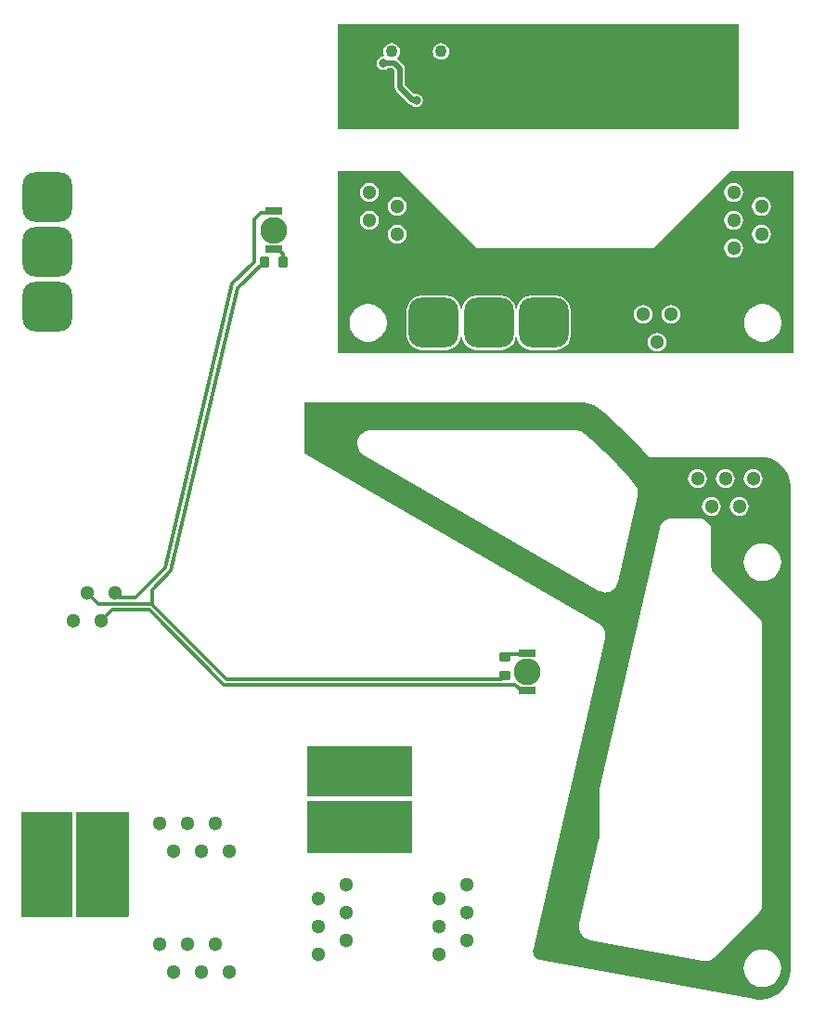
<source format=gbl>
G04*
G04 #@! TF.GenerationSoftware,Altium Limited,Altium Designer,18.1.7 (191)*
G04*
G04 Layer_Physical_Order=2*
G04 Layer_Color=16711680*
%FSLAX43Y43*%
%MOMM*%
G71*
G01*
G75*
%ADD13C,0.300*%
%ADD14C,0.500*%
G04:AMPARAMS|DCode=15|XSize=1mm|YSize=0.9mm|CornerRadius=0.113mm|HoleSize=0mm|Usage=FLASHONLY|Rotation=90.000|XOffset=0mm|YOffset=0mm|HoleType=Round|Shape=RoundedRectangle|*
%AMROUNDEDRECTD15*
21,1,1.000,0.675,0,0,90.0*
21,1,0.775,0.900,0,0,90.0*
1,1,0.225,0.338,0.388*
1,1,0.225,0.338,-0.388*
1,1,0.225,-0.338,-0.388*
1,1,0.225,-0.338,0.388*
%
%ADD15ROUNDEDRECTD15*%
%ADD20C,1.100*%
%ADD21O,1.600X4.000*%
%ADD22C,0.800*%
%ADD23C,1.300*%
%ADD24C,0.900*%
G04:AMPARAMS|DCode=25|XSize=4.5mm|YSize=4.5mm|CornerRadius=1.125mm|HoleSize=0mm|Usage=FLASHONLY|Rotation=180.000|XOffset=0mm|YOffset=0mm|HoleType=Round|Shape=RoundedRectangle|*
%AMROUNDEDRECTD25*
21,1,4.500,2.250,0,0,180.0*
21,1,2.250,4.500,0,0,180.0*
1,1,2.250,-1.125,1.125*
1,1,2.250,1.125,1.125*
1,1,2.250,1.125,-1.125*
1,1,2.250,-1.125,-1.125*
%
%ADD25ROUNDEDRECTD25*%
%ADD26C,2.440*%
%ADD27C,1.200*%
G04:AMPARAMS|DCode=28|XSize=4.5mm|YSize=4.5mm|CornerRadius=1.125mm|HoleSize=0mm|Usage=FLASHONLY|Rotation=90.000|XOffset=0mm|YOffset=0mm|HoleType=Round|Shape=RoundedRectangle|*
%AMROUNDEDRECTD28*
21,1,4.500,2.250,0,0,90.0*
21,1,2.250,4.500,0,0,90.0*
1,1,2.250,1.125,1.125*
1,1,2.250,1.125,-1.125*
1,1,2.250,-1.125,-1.125*
1,1,2.250,-1.125,1.125*
%
%ADD28ROUNDEDRECTD28*%
%ADD29R,1.600X0.800*%
G04:AMPARAMS|DCode=30|XSize=1mm|YSize=0.9mm|CornerRadius=0.113mm|HoleSize=0mm|Usage=FLASHONLY|Rotation=360.000|XOffset=0mm|YOffset=0mm|HoleType=Round|Shape=RoundedRectangle|*
%AMROUNDEDRECTD30*
21,1,1.000,0.675,0,0,360.0*
21,1,0.775,0.900,0,0,360.0*
1,1,0.225,0.388,-0.338*
1,1,0.225,-0.388,-0.338*
1,1,0.225,-0.388,0.338*
1,1,0.225,0.388,0.338*
%
%ADD30ROUNDEDRECTD30*%
G36*
X69796Y84204D02*
X33204Y84204D01*
X33204Y93796D01*
X69796Y93796D01*
X69796Y84204D01*
D02*
G37*
G36*
X74796Y63749D02*
X33204D01*
Y80341D01*
X38916D01*
X45856Y73401D01*
X45922Y73357D01*
X46000Y73341D01*
X46000Y73341D01*
X62000D01*
X62078Y73357D01*
X62144Y73401D01*
X69084Y80341D01*
X74796D01*
Y63749D01*
D02*
G37*
G36*
X39996Y23400D02*
X30404Y23400D01*
Y27996D01*
X39996D01*
Y23400D01*
D02*
G37*
G36*
Y18200D02*
X39996Y18200D01*
X30404Y18200D01*
Y23000D01*
X39996Y23000D01*
Y18200D01*
D02*
G37*
G36*
X14200Y12531D02*
X14073Y12404D01*
X9400D01*
X9400Y21996D01*
X14200D01*
X14200Y12531D01*
D02*
G37*
G36*
X9000Y12404D02*
X4404D01*
Y21996D01*
X9000D01*
X9000Y12404D01*
D02*
G37*
G36*
X56106Y59252D02*
X56576Y59076D01*
X57008Y58819D01*
X57197Y58655D01*
X57197Y58655D01*
X57767Y58159D01*
X58875Y57131D01*
X59950Y56069D01*
X60990Y54973D01*
X61493Y54409D01*
X61498Y54406D01*
X61501Y54401D01*
X61529Y54382D01*
X61556Y54361D01*
X61562Y54360D01*
X61567Y54357D01*
X61600Y54350D01*
X61633Y54341D01*
X61639Y54342D01*
X61645Y54341D01*
X71758Y54341D01*
X71758D01*
X71941Y54341D01*
X72304Y54293D01*
X72658Y54198D01*
X72997Y54058D01*
X73314Y53875D01*
X73605Y53652D01*
X73864Y53392D01*
X74088Y53102D01*
X74271Y52784D01*
X74411Y52446D01*
X74506Y52092D01*
X74554Y51728D01*
Y51545D01*
Y7684D01*
Y7684D01*
X74554Y7479D01*
X74494Y7075D01*
X74377Y6683D01*
X74203Y6313D01*
X73978Y5971D01*
X73705Y5667D01*
X73391Y5405D01*
X73042Y5192D01*
X72666Y5031D01*
X72270Y4927D01*
X71864Y4882D01*
X71455Y4896D01*
X71254Y4933D01*
X71254D01*
X51700Y8513D01*
X51700D01*
X51621Y8527D01*
X51471Y8588D01*
X51337Y8677D01*
X51223Y8791D01*
X51134Y8926D01*
X51074Y9076D01*
X51046Y9235D01*
X51050Y9396D01*
X51068Y9475D01*
X57614Y37829D01*
X57614Y37837D01*
X57617Y37845D01*
X57640Y38003D01*
X57639Y38027D01*
X57642Y38051D01*
X57613Y38367D01*
X57604Y38398D01*
X57597Y38430D01*
X57470Y38721D01*
X57452Y38747D01*
X57435Y38775D01*
X57224Y39012D01*
X57205Y39026D01*
X57188Y39044D01*
X57057Y39134D01*
X57049Y39137D01*
X57043Y39143D01*
X30162Y54663D01*
Y59341D01*
X55613D01*
X56106Y59252D01*
D02*
G37*
%LPC*%
G36*
X38150Y92031D02*
X37954Y92006D01*
X37772Y91930D01*
X37615Y91810D01*
X37495Y91653D01*
X37419Y91471D01*
X37394Y91275D01*
X37419Y91079D01*
X37483Y90925D01*
X37417Y90808D01*
X37400Y90812D01*
X37166Y90765D01*
X36967Y90633D01*
X36835Y90434D01*
X36788Y90200D01*
X36835Y89966D01*
X36967Y89767D01*
X37166Y89635D01*
X37400Y89588D01*
X37634Y89635D01*
X37793Y89741D01*
X38210D01*
X38441Y89510D01*
Y88000D01*
X38476Y87824D01*
X38576Y87676D01*
X39776Y86476D01*
X39924Y86376D01*
X39967Y86368D01*
X39967Y86367D01*
X40166Y86235D01*
X40400Y86188D01*
X40634Y86235D01*
X40833Y86367D01*
X40965Y86566D01*
X41012Y86800D01*
X40965Y87034D01*
X40833Y87233D01*
X40634Y87365D01*
X40400Y87412D01*
X40181Y87368D01*
X39359Y88190D01*
Y89700D01*
X39324Y89876D01*
X39224Y90024D01*
X38724Y90524D01*
X38665Y90564D01*
X38659Y90721D01*
X38685Y90740D01*
X38805Y90897D01*
X38881Y91079D01*
X38906Y91275D01*
X38881Y91471D01*
X38805Y91653D01*
X38685Y91810D01*
X38528Y91930D01*
X38346Y92006D01*
X38150Y92031D01*
D02*
G37*
G36*
X42650D02*
X42454Y92006D01*
X42272Y91930D01*
X42115Y91810D01*
X41995Y91653D01*
X41919Y91471D01*
X41894Y91275D01*
X41919Y91079D01*
X41995Y90897D01*
X42115Y90740D01*
X42272Y90620D01*
X42454Y90544D01*
X42650Y90519D01*
X42846Y90544D01*
X43028Y90620D01*
X43185Y90740D01*
X43305Y90897D01*
X43381Y91079D01*
X43406Y91275D01*
X43381Y91471D01*
X43305Y91653D01*
X43185Y91810D01*
X43028Y91930D01*
X42846Y92006D01*
X42650Y92031D01*
D02*
G37*
G36*
X69350Y79302D02*
X69128Y79273D01*
X68921Y79187D01*
X68744Y79051D01*
X68608Y78874D01*
X68522Y78667D01*
X68493Y78445D01*
X68522Y78223D01*
X68608Y78016D01*
X68744Y77839D01*
X68921Y77702D01*
X69128Y77617D01*
X69350Y77588D01*
X69572Y77617D01*
X69779Y77702D01*
X69956Y77839D01*
X70092Y78016D01*
X70178Y78223D01*
X70207Y78445D01*
X70178Y78667D01*
X70092Y78874D01*
X69956Y79051D01*
X69779Y79187D01*
X69572Y79273D01*
X69350Y79302D01*
D02*
G37*
G36*
X36110D02*
X35888Y79273D01*
X35681Y79187D01*
X35504Y79051D01*
X35368Y78874D01*
X35282Y78667D01*
X35253Y78445D01*
X35282Y78223D01*
X35368Y78016D01*
X35504Y77839D01*
X35681Y77702D01*
X35888Y77617D01*
X36110Y77588D01*
X36332Y77617D01*
X36539Y77702D01*
X36716Y77839D01*
X36852Y78016D01*
X36938Y78223D01*
X36967Y78445D01*
X36938Y78667D01*
X36852Y78874D01*
X36716Y79051D01*
X36539Y79187D01*
X36332Y79273D01*
X36110Y79302D01*
D02*
G37*
G36*
X71890Y78032D02*
X71668Y78003D01*
X71461Y77917D01*
X71284Y77781D01*
X71148Y77604D01*
X71062Y77397D01*
X71033Y77175D01*
X71062Y76953D01*
X71148Y76746D01*
X71284Y76569D01*
X71461Y76432D01*
X71668Y76347D01*
X71890Y76318D01*
X72112Y76347D01*
X72319Y76432D01*
X72496Y76569D01*
X72632Y76746D01*
X72718Y76953D01*
X72747Y77175D01*
X72718Y77397D01*
X72632Y77604D01*
X72496Y77781D01*
X72319Y77917D01*
X72112Y78003D01*
X71890Y78032D01*
D02*
G37*
G36*
X38650D02*
X38428Y78003D01*
X38221Y77917D01*
X38044Y77781D01*
X37908Y77604D01*
X37822Y77397D01*
X37793Y77175D01*
X37822Y76953D01*
X37908Y76746D01*
X38044Y76569D01*
X38221Y76432D01*
X38428Y76347D01*
X38650Y76318D01*
X38872Y76347D01*
X39079Y76432D01*
X39256Y76569D01*
X39392Y76746D01*
X39478Y76953D01*
X39507Y77175D01*
X39478Y77397D01*
X39392Y77604D01*
X39256Y77781D01*
X39079Y77917D01*
X38872Y78003D01*
X38650Y78032D01*
D02*
G37*
G36*
X69350Y76762D02*
X69128Y76733D01*
X68921Y76647D01*
X68744Y76511D01*
X68608Y76334D01*
X68522Y76127D01*
X68493Y75905D01*
X68522Y75683D01*
X68608Y75476D01*
X68744Y75299D01*
X68921Y75162D01*
X69128Y75077D01*
X69350Y75048D01*
X69572Y75077D01*
X69779Y75162D01*
X69956Y75299D01*
X70092Y75476D01*
X70178Y75683D01*
X70207Y75905D01*
X70178Y76127D01*
X70092Y76334D01*
X69956Y76511D01*
X69779Y76647D01*
X69572Y76733D01*
X69350Y76762D01*
D02*
G37*
G36*
X36110D02*
X35888Y76733D01*
X35681Y76647D01*
X35504Y76511D01*
X35368Y76334D01*
X35282Y76127D01*
X35253Y75905D01*
X35282Y75683D01*
X35368Y75476D01*
X35504Y75299D01*
X35681Y75162D01*
X35888Y75077D01*
X36110Y75048D01*
X36332Y75077D01*
X36539Y75162D01*
X36716Y75299D01*
X36852Y75476D01*
X36938Y75683D01*
X36967Y75905D01*
X36938Y76127D01*
X36852Y76334D01*
X36716Y76511D01*
X36539Y76647D01*
X36332Y76733D01*
X36110Y76762D01*
D02*
G37*
G36*
X71890Y75492D02*
X71668Y75463D01*
X71461Y75377D01*
X71284Y75241D01*
X71148Y75064D01*
X71062Y74857D01*
X71033Y74635D01*
X71062Y74413D01*
X71148Y74206D01*
X71284Y74029D01*
X71461Y73892D01*
X71668Y73807D01*
X71890Y73778D01*
X72112Y73807D01*
X72319Y73892D01*
X72496Y74029D01*
X72632Y74206D01*
X72718Y74413D01*
X72747Y74635D01*
X72718Y74857D01*
X72632Y75064D01*
X72496Y75241D01*
X72319Y75377D01*
X72112Y75463D01*
X71890Y75492D01*
D02*
G37*
G36*
X38650D02*
X38428Y75463D01*
X38221Y75377D01*
X38044Y75241D01*
X37908Y75064D01*
X37822Y74857D01*
X37793Y74635D01*
X37822Y74413D01*
X37908Y74206D01*
X38044Y74029D01*
X38221Y73892D01*
X38428Y73807D01*
X38650Y73778D01*
X38872Y73807D01*
X39079Y73892D01*
X39256Y74029D01*
X39392Y74206D01*
X39478Y74413D01*
X39507Y74635D01*
X39478Y74857D01*
X39392Y75064D01*
X39256Y75241D01*
X39079Y75377D01*
X38872Y75463D01*
X38650Y75492D01*
D02*
G37*
G36*
X69350Y74222D02*
X69128Y74193D01*
X68921Y74107D01*
X68744Y73971D01*
X68608Y73794D01*
X68522Y73587D01*
X68493Y73365D01*
X68522Y73143D01*
X68608Y72936D01*
X68744Y72759D01*
X68921Y72622D01*
X69128Y72537D01*
X69350Y72508D01*
X69572Y72537D01*
X69779Y72622D01*
X69956Y72759D01*
X70092Y72936D01*
X70178Y73143D01*
X70207Y73365D01*
X70178Y73587D01*
X70092Y73794D01*
X69956Y73971D01*
X69779Y74107D01*
X69572Y74193D01*
X69350Y74222D01*
D02*
G37*
G36*
X53125Y69006D02*
X50875D01*
X50529Y68961D01*
X50207Y68827D01*
X49930Y68615D01*
X49718Y68338D01*
X49584Y68016D01*
X49564Y67864D01*
X49436D01*
X49416Y68016D01*
X49282Y68338D01*
X49070Y68615D01*
X48793Y68827D01*
X48471Y68961D01*
X48125Y69006D01*
X45875D01*
X45529Y68961D01*
X45207Y68827D01*
X44930Y68615D01*
X44718Y68338D01*
X44584Y68016D01*
X44564Y67864D01*
X44436D01*
X44416Y68016D01*
X44282Y68338D01*
X44070Y68615D01*
X43793Y68827D01*
X43471Y68961D01*
X43125Y69006D01*
X40875D01*
X40529Y68961D01*
X40207Y68827D01*
X39930Y68615D01*
X39718Y68338D01*
X39584Y68016D01*
X39539Y67670D01*
Y65420D01*
X39584Y65074D01*
X39718Y64752D01*
X39930Y64475D01*
X40207Y64263D01*
X40529Y64129D01*
X40875Y64084D01*
X43125D01*
X43471Y64129D01*
X43793Y64263D01*
X44070Y64475D01*
X44282Y64752D01*
X44416Y65074D01*
X44436Y65226D01*
X44564D01*
X44584Y65074D01*
X44718Y64752D01*
X44930Y64475D01*
X45207Y64263D01*
X45529Y64129D01*
X45875Y64084D01*
X48125D01*
X48471Y64129D01*
X48793Y64263D01*
X49070Y64475D01*
X49282Y64752D01*
X49416Y65074D01*
X49436Y65226D01*
X49564D01*
X49584Y65074D01*
X49718Y64752D01*
X49930Y64475D01*
X50207Y64263D01*
X50529Y64129D01*
X50875Y64084D01*
X53125D01*
X53471Y64129D01*
X53793Y64263D01*
X54070Y64475D01*
X54282Y64752D01*
X54416Y65074D01*
X54461Y65420D01*
Y67670D01*
X54416Y68016D01*
X54282Y68338D01*
X54070Y68615D01*
X53793Y68827D01*
X53471Y68961D01*
X53125Y69006D01*
D02*
G37*
G36*
X63640Y68172D02*
X63418Y68143D01*
X63211Y68057D01*
X63034Y67921D01*
X62898Y67744D01*
X62812Y67537D01*
X62783Y67315D01*
X62812Y67093D01*
X62898Y66886D01*
X63034Y66709D01*
X63211Y66572D01*
X63418Y66487D01*
X63640Y66458D01*
X63862Y66487D01*
X64069Y66572D01*
X64246Y66709D01*
X64382Y66886D01*
X64468Y67093D01*
X64497Y67315D01*
X64468Y67537D01*
X64382Y67744D01*
X64246Y67921D01*
X64069Y68057D01*
X63862Y68143D01*
X63640Y68172D01*
D02*
G37*
G36*
X61100D02*
X60878Y68143D01*
X60671Y68057D01*
X60494Y67921D01*
X60358Y67744D01*
X60272Y67537D01*
X60243Y67315D01*
X60272Y67093D01*
X60358Y66886D01*
X60494Y66709D01*
X60671Y66572D01*
X60878Y66487D01*
X61100Y66458D01*
X61322Y66487D01*
X61529Y66572D01*
X61706Y66709D01*
X61842Y66886D01*
X61928Y67093D01*
X61957Y67315D01*
X61928Y67537D01*
X61842Y67744D01*
X61706Y67921D01*
X61529Y68057D01*
X61322Y68143D01*
X61100Y68172D01*
D02*
G37*
G36*
X72148Y68249D02*
X71852D01*
X71833Y68245D01*
X71812D01*
X71523Y68187D01*
X71504Y68180D01*
X71484Y68176D01*
X71211Y68063D01*
X71195Y68051D01*
X71176Y68044D01*
X70931Y67880D01*
X70916Y67865D01*
X70900Y67854D01*
X70691Y67645D01*
X70680Y67629D01*
X70665Y67614D01*
X70501Y67369D01*
X70493Y67350D01*
X70482Y67334D01*
X70369Y67061D01*
X70365Y67041D01*
X70358Y67022D01*
X70300Y66732D01*
Y66712D01*
X70296Y66693D01*
Y66397D01*
X70300Y66378D01*
Y66357D01*
X70358Y66068D01*
X70365Y66049D01*
X70369Y66029D01*
X70482Y65756D01*
X70493Y65740D01*
X70501Y65721D01*
X70665Y65475D01*
X70680Y65461D01*
X70691Y65445D01*
X70900Y65236D01*
X70916Y65224D01*
X70931Y65210D01*
X71176Y65046D01*
X71195Y65038D01*
X71211Y65027D01*
X71484Y64914D01*
X71504Y64910D01*
X71523Y64903D01*
X71812Y64845D01*
X71833D01*
X71852Y64841D01*
X72148D01*
X72167Y64845D01*
X72188D01*
X72477Y64903D01*
X72496Y64910D01*
X72516Y64914D01*
X72789Y65027D01*
X72805Y65038D01*
X72824Y65046D01*
X73069Y65210D01*
X73084Y65224D01*
X73100Y65236D01*
X73309Y65445D01*
X73320Y65461D01*
X73335Y65475D01*
X73499Y65721D01*
X73507Y65740D01*
X73518Y65756D01*
X73631Y66029D01*
X73635Y66049D01*
X73642Y66068D01*
X73700Y66357D01*
Y66378D01*
X73704Y66397D01*
Y66693D01*
X73700Y66712D01*
Y66732D01*
X73642Y67022D01*
X73635Y67041D01*
X73631Y67061D01*
X73518Y67334D01*
X73507Y67350D01*
X73499Y67369D01*
X73335Y67614D01*
X73320Y67629D01*
X73309Y67645D01*
X73100Y67854D01*
X73084Y67865D01*
X73069Y67880D01*
X72824Y68044D01*
X72805Y68051D01*
X72789Y68063D01*
X72516Y68176D01*
X72496Y68180D01*
X72477Y68187D01*
X72188Y68245D01*
X72167D01*
X72148Y68249D01*
D02*
G37*
G36*
X36148D02*
X35852D01*
X35833Y68245D01*
X35812D01*
X35523Y68187D01*
X35504Y68180D01*
X35484Y68176D01*
X35211Y68063D01*
X35195Y68051D01*
X35176Y68044D01*
X34931Y67880D01*
X34916Y67865D01*
X34900Y67854D01*
X34691Y67645D01*
X34680Y67629D01*
X34665Y67614D01*
X34501Y67369D01*
X34493Y67350D01*
X34482Y67334D01*
X34369Y67061D01*
X34365Y67041D01*
X34358Y67022D01*
X34300Y66732D01*
Y66712D01*
X34296Y66693D01*
Y66397D01*
X34300Y66378D01*
Y66357D01*
X34358Y66068D01*
X34365Y66049D01*
X34369Y66029D01*
X34482Y65756D01*
X34493Y65740D01*
X34501Y65721D01*
X34665Y65475D01*
X34680Y65461D01*
X34691Y65445D01*
X34900Y65236D01*
X34916Y65224D01*
X34931Y65210D01*
X35176Y65046D01*
X35195Y65038D01*
X35211Y65027D01*
X35484Y64914D01*
X35504Y64910D01*
X35523Y64903D01*
X35812Y64845D01*
X35833D01*
X35852Y64841D01*
X36148D01*
X36167Y64845D01*
X36188D01*
X36477Y64903D01*
X36496Y64910D01*
X36516Y64914D01*
X36789Y65027D01*
X36805Y65038D01*
X36824Y65046D01*
X37069Y65210D01*
X37084Y65224D01*
X37100Y65236D01*
X37309Y65445D01*
X37320Y65461D01*
X37335Y65475D01*
X37499Y65721D01*
X37507Y65740D01*
X37518Y65756D01*
X37631Y66029D01*
X37635Y66049D01*
X37642Y66068D01*
X37700Y66357D01*
Y66378D01*
X37704Y66397D01*
Y66693D01*
X37700Y66712D01*
Y66732D01*
X37642Y67022D01*
X37635Y67041D01*
X37631Y67061D01*
X37518Y67334D01*
X37507Y67350D01*
X37499Y67369D01*
X37335Y67614D01*
X37320Y67629D01*
X37309Y67645D01*
X37100Y67854D01*
X37084Y67865D01*
X37069Y67880D01*
X36824Y68044D01*
X36805Y68051D01*
X36789Y68063D01*
X36516Y68176D01*
X36496Y68180D01*
X36477Y68187D01*
X36188Y68245D01*
X36167D01*
X36148Y68249D01*
D02*
G37*
G36*
X62370Y65632D02*
X62148Y65603D01*
X61941Y65517D01*
X61764Y65381D01*
X61628Y65204D01*
X61542Y64997D01*
X61513Y64775D01*
X61542Y64553D01*
X61628Y64346D01*
X61764Y64169D01*
X61941Y64032D01*
X62148Y63947D01*
X62370Y63918D01*
X62592Y63947D01*
X62799Y64032D01*
X62976Y64169D01*
X63112Y64346D01*
X63198Y64553D01*
X63227Y64775D01*
X63198Y64997D01*
X63112Y65204D01*
X62976Y65381D01*
X62799Y65517D01*
X62592Y65603D01*
X62370Y65632D01*
D02*
G37*
G36*
X55076Y56749D02*
X54985Y56749D01*
X36226D01*
X36226Y56749D01*
X36116D01*
X36094Y56745D01*
X36072Y56744D01*
X35858Y56697D01*
X35838Y56688D01*
X35816Y56682D01*
X35618Y56590D01*
X35600Y56577D01*
X35580Y56567D01*
X35406Y56433D01*
X35391Y56417D01*
X35374Y56403D01*
X35233Y56235D01*
X35222Y56215D01*
X35208Y56198D01*
X35107Y56004D01*
X35101Y55982D01*
X35091Y55962D01*
X35034Y55751D01*
X35033Y55729D01*
X35028Y55707D01*
X35018Y55488D01*
X35021Y55466D01*
X35021Y55444D01*
X35059Y55228D01*
X35067Y55207D01*
X35071Y55185D01*
X35155Y54983D01*
X35168Y54965D01*
X35177Y54944D01*
X35302Y54765D01*
X35318Y54749D01*
X35332Y54731D01*
X35493Y54583D01*
X35512Y54572D01*
X35529Y54557D01*
X35624Y54502D01*
X35624Y54502D01*
X57015Y42152D01*
X57015D01*
X57015Y42152D01*
X57117Y42093D01*
X57139Y42086D01*
X57160Y42074D01*
X57385Y42007D01*
X57409Y42005D01*
X57432Y41999D01*
X57666Y41986D01*
X57690Y41989D01*
X57713Y41989D01*
X57944Y42030D01*
X57966Y42039D01*
X57990Y42044D01*
X58205Y42137D01*
X58224Y42151D01*
X58246Y42161D01*
X58433Y42302D01*
X58449Y42320D01*
X58468Y42335D01*
X58618Y42515D01*
X58629Y42536D01*
X58644Y42555D01*
X58748Y42765D01*
X58754Y42788D01*
X58764Y42809D01*
X58790Y42924D01*
Y42924D01*
X60594Y50735D01*
X60594Y50735D01*
X60620Y50849D01*
X60621Y50872D01*
X60625Y50895D01*
X60624Y51129D01*
X60619Y51152D01*
X60618Y51175D01*
X60563Y51402D01*
X60553Y51423D01*
X60547Y51446D01*
X60442Y51654D01*
X60427Y51673D01*
X60416Y51694D01*
X60340Y51783D01*
X60340Y51783D01*
X59816Y52403D01*
X59813Y52405D01*
X59811Y52409D01*
X58719Y53611D01*
X58716Y53613D01*
X58714Y53616D01*
X57579Y54778D01*
X57576Y54780D01*
X57573Y54783D01*
X56397Y55903D01*
X56394Y55905D01*
X56391Y55908D01*
X55783Y56447D01*
X55783Y56447D01*
X55715Y56507D01*
X55699Y56516D01*
X55685Y56529D01*
X55530Y56622D01*
X55512Y56629D01*
X55497Y56639D01*
X55327Y56703D01*
X55309Y56706D01*
X55291Y56713D01*
X55113Y56746D01*
X55094Y56745D01*
X55076Y56749D01*
D02*
G37*
G36*
X71133Y53202D02*
X70911Y53173D01*
X70704Y53087D01*
X70526Y52951D01*
X70390Y52774D01*
X70305Y52567D01*
X70275Y52345D01*
X70305Y52123D01*
X70390Y51916D01*
X70526Y51739D01*
X70704Y51602D01*
X70911Y51517D01*
X71133Y51488D01*
X71355Y51517D01*
X71561Y51602D01*
X71739Y51739D01*
X71875Y51916D01*
X71961Y52123D01*
X71990Y52345D01*
X71961Y52567D01*
X71875Y52774D01*
X71739Y52951D01*
X71561Y53087D01*
X71355Y53173D01*
X71133Y53202D01*
D02*
G37*
G36*
X68593D02*
X68371Y53173D01*
X68164Y53087D01*
X67986Y52951D01*
X67850Y52774D01*
X67765Y52567D01*
X67735Y52345D01*
X67765Y52123D01*
X67850Y51916D01*
X67986Y51739D01*
X68164Y51602D01*
X68371Y51517D01*
X68593Y51488D01*
X68815Y51517D01*
X69021Y51602D01*
X69199Y51739D01*
X69335Y51916D01*
X69421Y52123D01*
X69450Y52345D01*
X69421Y52567D01*
X69335Y52774D01*
X69199Y52951D01*
X69021Y53087D01*
X68815Y53173D01*
X68593Y53202D01*
D02*
G37*
G36*
X66053D02*
X65831Y53173D01*
X65624Y53087D01*
X65446Y52951D01*
X65310Y52774D01*
X65225Y52567D01*
X65195Y52345D01*
X65225Y52123D01*
X65310Y51916D01*
X65446Y51739D01*
X65624Y51602D01*
X65831Y51517D01*
X66053Y51488D01*
X66275Y51517D01*
X66481Y51602D01*
X66659Y51739D01*
X66795Y51916D01*
X66881Y52123D01*
X66910Y52345D01*
X66881Y52567D01*
X66795Y52774D01*
X66659Y52951D01*
X66481Y53087D01*
X66275Y53173D01*
X66053Y53202D01*
D02*
G37*
G36*
X69863Y50662D02*
X69641Y50633D01*
X69434Y50547D01*
X69256Y50411D01*
X69120Y50234D01*
X69035Y50027D01*
X69005Y49805D01*
X69035Y49583D01*
X69120Y49376D01*
X69256Y49199D01*
X69434Y49062D01*
X69641Y48977D01*
X69863Y48948D01*
X70085Y48977D01*
X70291Y49062D01*
X70469Y49199D01*
X70605Y49376D01*
X70691Y49583D01*
X70720Y49805D01*
X70691Y50027D01*
X70605Y50234D01*
X70469Y50411D01*
X70291Y50547D01*
X70085Y50633D01*
X69863Y50662D01*
D02*
G37*
G36*
X67323D02*
X67101Y50633D01*
X66894Y50547D01*
X66716Y50411D01*
X66580Y50234D01*
X66495Y50027D01*
X66465Y49805D01*
X66495Y49583D01*
X66580Y49376D01*
X66716Y49199D01*
X66894Y49062D01*
X67101Y48977D01*
X67323Y48948D01*
X67545Y48977D01*
X67751Y49062D01*
X67929Y49199D01*
X68065Y49376D01*
X68151Y49583D01*
X68180Y49805D01*
X68151Y50027D01*
X68065Y50234D01*
X67929Y50411D01*
X67751Y50547D01*
X67545Y50633D01*
X67323Y50662D01*
D02*
G37*
G36*
X66192Y48749D02*
X66093Y48749D01*
X63669D01*
X63652Y48746D01*
X63635Y48746D01*
X63469Y48718D01*
X63453Y48712D01*
X63436Y48709D01*
X63277Y48654D01*
X63262Y48645D01*
X63245Y48640D01*
X63098Y48559D01*
X63085Y48547D01*
X63070Y48540D01*
X62938Y48435D01*
X62927Y48422D01*
X62913Y48411D01*
X62800Y48286D01*
X62792Y48271D01*
X62780Y48259D01*
X62690Y48116D01*
X62684Y48100D01*
X62674Y48086D01*
X62609Y47930D01*
X62606Y47914D01*
X62599Y47898D01*
X62580Y47816D01*
Y47816D01*
X57102Y24087D01*
Y24087D01*
X57102Y24087D01*
X57095Y24059D01*
X57095Y24053D01*
X57093Y24048D01*
X57083Y23992D01*
X57084Y23986D01*
X57082Y23980D01*
X57075Y23924D01*
X57076Y23918D01*
X57074Y23912D01*
X57071Y23856D01*
X57072Y23850D01*
X57071Y23844D01*
Y23816D01*
Y19600D01*
X57071Y19577D01*
X57068Y19531D01*
X57063Y19486D01*
X57055Y19440D01*
X57050Y19418D01*
X55285Y11772D01*
Y11772D01*
X55262Y11673D01*
X55261Y11652D01*
X55257Y11632D01*
X55252Y11429D01*
X55255Y11409D01*
X55255Y11388D01*
X55291Y11189D01*
X55298Y11170D01*
X55302Y11149D01*
X55377Y10961D01*
X55388Y10944D01*
X55396Y10924D01*
X55508Y10755D01*
X55522Y10740D01*
X55534Y10723D01*
X55677Y10579D01*
X55694Y10568D01*
X55708Y10553D01*
X55877Y10441D01*
X55897Y10434D01*
X55914Y10422D01*
X56102Y10346D01*
X56122Y10343D01*
X56141Y10335D01*
X56241Y10317D01*
X56241Y10317D01*
X66540Y8431D01*
X66660Y8410D01*
X66685Y8410D01*
X66709Y8407D01*
X66951Y8421D01*
X66975Y8427D01*
X67000Y8430D01*
X67231Y8502D01*
X67253Y8514D01*
X67276Y8523D01*
X67484Y8648D01*
X67502Y8665D01*
X67523Y8678D01*
X67609Y8764D01*
X67609Y8764D01*
X71609Y12765D01*
X71609Y12765D01*
X71679Y12834D01*
X71690Y12851D01*
X71704Y12865D01*
X71813Y13029D01*
X71821Y13048D01*
X71832Y13064D01*
X71908Y13246D01*
X71912Y13266D01*
X71919Y13285D01*
X71958Y13478D01*
Y13498D01*
X71962Y13518D01*
X71962Y13616D01*
Y38874D01*
Y38972D01*
X71958Y38992D01*
Y39012D01*
X71919Y39205D01*
X71912Y39224D01*
X71908Y39244D01*
X71832Y39426D01*
X71821Y39442D01*
X71813Y39461D01*
X71704Y39625D01*
X71690Y39639D01*
X71679Y39656D01*
X71609Y39725D01*
X71609Y39725D01*
X67534Y43800D01*
X67481Y43858D01*
X67392Y43992D01*
X67332Y44136D01*
X67301Y44294D01*
X67297Y44372D01*
Y47545D01*
X67297Y47545D01*
Y47643D01*
X67293Y47663D01*
Y47683D01*
X67255Y47876D01*
X67247Y47895D01*
X67243Y47915D01*
X67168Y48097D01*
X67157Y48113D01*
X67149Y48132D01*
X67040Y48296D01*
X67025Y48310D01*
X67014Y48327D01*
X66875Y48466D01*
X66858Y48477D01*
X66844Y48491D01*
X66680Y48601D01*
X66662Y48608D01*
X66645Y48620D01*
X66463Y48695D01*
X66443Y48699D01*
X66425Y48707D01*
X66232Y48745D01*
X66212D01*
X66192Y48749D01*
D02*
G37*
G36*
X71958Y46453D02*
X71624Y46420D01*
X71304Y46323D01*
X71009Y46165D01*
X70750Y45953D01*
X70537Y45694D01*
X70379Y45399D01*
X70282Y45078D01*
X70249Y44745D01*
X70282Y44412D01*
X70379Y44091D01*
X70537Y43796D01*
X70750Y43537D01*
X71009Y43325D01*
X71304Y43167D01*
X71624Y43070D01*
X71958Y43037D01*
X72291Y43070D01*
X72611Y43167D01*
X72907Y43325D01*
X73166Y43537D01*
X73378Y43796D01*
X73536Y44091D01*
X73633Y44412D01*
X73666Y44745D01*
X73633Y45078D01*
X73536Y45399D01*
X73378Y45694D01*
X73166Y45953D01*
X72907Y46165D01*
X72611Y46323D01*
X72291Y46420D01*
X71958Y46453D01*
D02*
G37*
G36*
Y9453D02*
X71624Y9420D01*
X71304Y9323D01*
X71009Y9165D01*
X70750Y8953D01*
X70537Y8694D01*
X70379Y8399D01*
X70282Y8078D01*
X70249Y7745D01*
X70282Y7412D01*
X70379Y7091D01*
X70537Y6796D01*
X70750Y6537D01*
X71009Y6325D01*
X71304Y6167D01*
X71624Y6070D01*
X71958Y6037D01*
X72291Y6070D01*
X72611Y6167D01*
X72907Y6325D01*
X73166Y6537D01*
X73378Y6796D01*
X73536Y7091D01*
X73633Y7412D01*
X73666Y7745D01*
X73633Y8078D01*
X73536Y8399D01*
X73378Y8694D01*
X73166Y8953D01*
X72907Y9165D01*
X72611Y9323D01*
X72291Y9420D01*
X71958Y9453D01*
D02*
G37*
%LPD*%
D13*
X26175Y76575D02*
X27500D01*
X16288Y42213D02*
X18020Y43953D01*
X16288Y40825D02*
Y42213D01*
X18020Y43953D02*
X24100Y69675D01*
X25600Y76000D02*
X26175Y76575D01*
X25600Y72050D02*
Y76000D01*
X23594Y70160D02*
X25600Y72050D01*
X24100Y69675D02*
X26550Y72125D01*
X17487Y44212D02*
X23594Y70160D01*
X14775Y41500D02*
X17487Y44212D01*
X13345Y41500D02*
X14775D01*
X28250Y72125D02*
Y72825D01*
X27775Y73300D02*
X28250Y72825D01*
X27400Y73300D02*
X27775D01*
X12905Y41940D02*
X13345Y41500D01*
X49425Y33575D02*
X49975Y33025D01*
X22825Y33575D02*
X49425D01*
X49975Y33025D02*
X50500D01*
X48750Y36375D02*
X49975D01*
X48450Y36075D02*
X48750Y36375D01*
X48150Y34075D02*
X48450Y34375D01*
X10365Y41940D02*
X11416Y40889D01*
X23038Y34075D02*
X48150D01*
X16288Y40825D02*
X23038Y34075D01*
X16011Y40389D02*
X22825Y33575D01*
X11416Y40889D02*
X16225D01*
X16288Y40825D01*
X12624Y40389D02*
X16011D01*
X11635Y39400D02*
X12624Y40389D01*
D14*
X38900Y88000D02*
Y89700D01*
X40100Y86800D02*
X38900Y88000D01*
X40400Y86800D02*
X40100D01*
X38900Y89700D02*
X38400Y90200D01*
X37400D01*
D15*
X26550Y72125D02*
D03*
X28250D02*
D03*
D20*
X42650Y91275D02*
D03*
X38150D02*
D03*
D21*
X46250D02*
D03*
X34550D02*
D03*
D22*
X40400Y90327D02*
D03*
X61400Y90544D02*
D03*
X57900Y90500D02*
D03*
X43400Y88007D02*
D03*
X40400Y86800D02*
D03*
X37400Y90200D02*
D03*
D23*
X66053Y52345D02*
D03*
X67323Y49805D02*
D03*
X68593Y52345D02*
D03*
X69863Y49805D02*
D03*
X71133Y52345D02*
D03*
X72403Y49805D02*
D03*
X12905Y41940D02*
D03*
X11635Y39400D02*
D03*
X10365Y41940D02*
D03*
X9095Y39400D02*
D03*
X61100Y67315D02*
D03*
X62370Y64775D02*
D03*
X63640Y67315D02*
D03*
X64910Y64775D02*
D03*
X71890Y72095D02*
D03*
X69350Y73365D02*
D03*
X71890Y74635D02*
D03*
X69350Y75905D02*
D03*
X71890Y77175D02*
D03*
X69350Y78445D02*
D03*
X38650Y74635D02*
D03*
X36110Y75905D02*
D03*
X38650Y77175D02*
D03*
X36110Y78445D02*
D03*
X23370Y7430D02*
D03*
X22100Y9970D02*
D03*
X20830Y7430D02*
D03*
X19560Y9970D02*
D03*
X18290Y7430D02*
D03*
X17020Y9970D02*
D03*
X23370Y18430D02*
D03*
X22100Y20970D02*
D03*
X20830Y18430D02*
D03*
X19560Y20970D02*
D03*
X18290Y18430D02*
D03*
X17020Y20970D02*
D03*
X44970Y15370D02*
D03*
X42430Y14100D02*
D03*
X44970Y12830D02*
D03*
X42430Y11560D02*
D03*
X44970Y10290D02*
D03*
X42430Y9020D02*
D03*
X33970Y15370D02*
D03*
X31430Y14100D02*
D03*
X33970Y12830D02*
D03*
X31430Y11560D02*
D03*
X33970Y10290D02*
D03*
X31430Y9020D02*
D03*
D24*
X35733Y58795D02*
D03*
X55033Y20445D02*
D03*
X32228Y56595D02*
D03*
X54516Y15841D02*
D03*
D25*
X6707Y68000D02*
D03*
Y73000D02*
D03*
Y78000D02*
D03*
X52000Y66545D02*
D03*
X42000D02*
D03*
X47000D02*
D03*
X11700Y19700D02*
D03*
X6700D02*
D03*
D26*
X27400Y75000D02*
D03*
X50500Y34725D02*
D03*
D27*
X8200Y13200D02*
D03*
Y14700D02*
D03*
Y16200D02*
D03*
X5200D02*
D03*
Y14700D02*
D03*
Y13200D02*
D03*
X6700D02*
D03*
X6650Y14700D02*
D03*
X6700Y16200D02*
D03*
X13200Y13200D02*
D03*
X11700D02*
D03*
X10200D02*
D03*
Y14700D02*
D03*
X11700D02*
D03*
X13200D02*
D03*
Y16200D02*
D03*
X10200D02*
D03*
X11700D02*
D03*
X36200Y19200D02*
D03*
X37700D02*
D03*
X39200D02*
D03*
Y22200D02*
D03*
X37700D02*
D03*
X36200D02*
D03*
X39200Y20700D02*
D03*
X37700D02*
D03*
X36200D02*
D03*
X39200Y24200D02*
D03*
X37700D02*
D03*
X36200D02*
D03*
X39200Y27200D02*
D03*
X37700D02*
D03*
X36200D02*
D03*
X39200Y25700D02*
D03*
X37700Y25650D02*
D03*
X36200Y25700D02*
D03*
D28*
X32700Y20700D02*
D03*
Y25700D02*
D03*
D29*
X27400Y76700D02*
D03*
Y73300D02*
D03*
X50500Y33025D02*
D03*
Y36425D02*
D03*
D30*
X48450Y34375D02*
D03*
Y36075D02*
D03*
M02*

</source>
